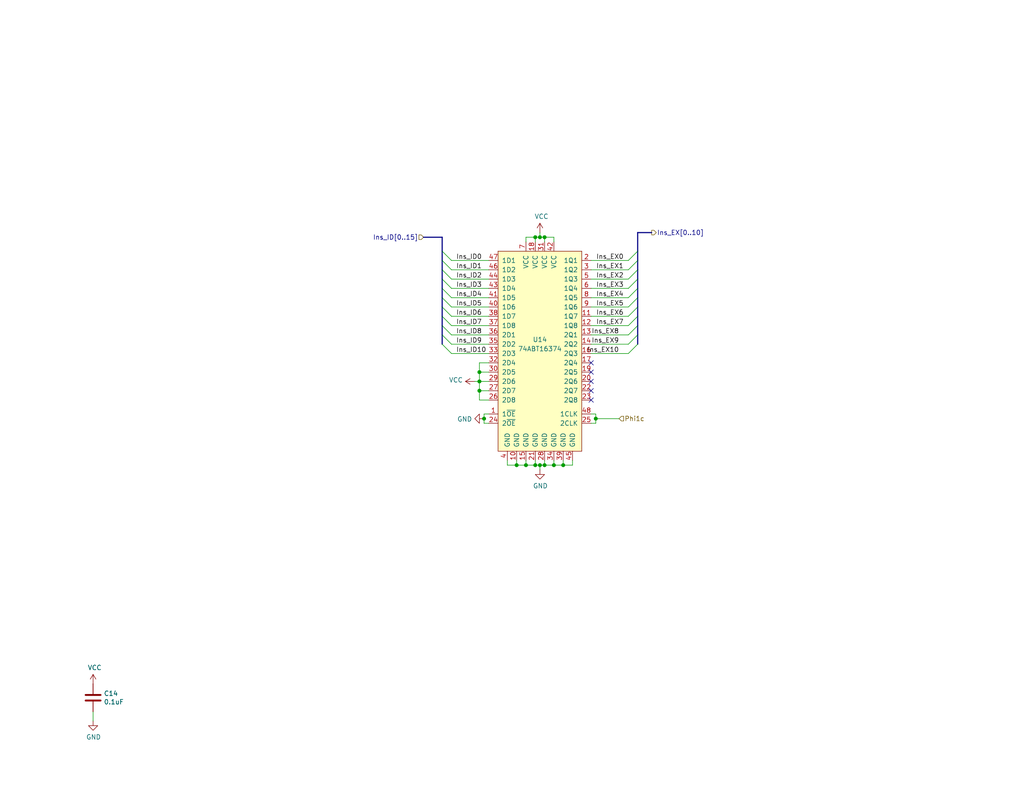
<source format=kicad_sch>
(kicad_sch (version 20250114) (generator "eeschema") (generator_version "9.0")
  (paper "USLetter")
  (title_block (date "2023-11-14") (rev "E"))
  (lib_symbols
    (symbol "74xx (kicad5):74ABT16374" (pin_names (offset 1.016))
      (property "Reference" "U" (at 0 1.27 0))
      (property "Value" "74ABT16374" (at 0 -1.27 0))
      (symbol "74ABT16374_0_0"
        (pin input line (at -13.97 21.59 0) (length 2.54) (name "1D1") (number "47"))
        (pin input line (at -13.97 19.05 0) (length 2.54) (name "1D2") (number "46"))
        (pin input line (at -13.97 16.51 0) (length 2.54) (name "1D3") (number "44"))
        (pin input line (at -13.97 13.97 0) (length 2.54) (name "1D4") (number "43"))
        (pin input line (at -13.97 11.43 0) (length 2.54) (name "1D5") (number "41"))
        (pin input line (at -13.97 8.89 0) (length 2.54) (name "1D6") (number "40"))
        (pin input line (at -13.97 6.35 0) (length 2.54) (name "1D7") (number "38"))
        (pin input line (at -13.97 3.81 0) (length 2.54) (name "1D8") (number "37"))
        (pin input line (at -13.97 1.27 0) (length 2.54) (name "2D1") (number "36"))
        (pin input line (at -13.97 -1.27 0) (length 2.54) (name "2D2") (number "35"))
        (pin input line (at -13.97 -3.81 0) (length 2.54) (name "2D3") (number "33"))
        (pin input line (at -13.97 -6.35 0) (length 2.54) (name "2D4") (number "32"))
        (pin input line (at -13.97 -8.89 0) (length 2.54) (name "2D5") (number "30"))
        (pin input line (at -13.97 -11.43 0) (length 2.54) (name "2D6") (number "29"))
        (pin input line (at -13.97 -13.97 0) (length 2.54) (name "2D7") (number "27"))
        (pin input line (at -13.97 -16.51 0) (length 2.54) (name "2D8") (number "26"))
        (pin input line (at -13.97 -20.32 0) (length 2.54) (name "1~{OE}") (number "1"))
        (pin input line (at -13.97 -22.86 0) (length 2.54) (name "2~{OE}") (number "24"))
        (pin power_in line (at -8.89 -33.02 90) (length 2.54) (name "GND") (number "4"))
        (pin power_in line (at -6.35 -33.02 90) (length 2.54) (name "GND") (number "10"))
        (pin power_in line (at -3.81 26.67 270) (length 2.54) (name "VCC") (number "7"))
        (pin power_in line (at -3.81 -33.02 90) (length 2.54) (name "GND") (number "15"))
        (pin power_in line (at -1.27 26.67 270) (length 2.54) (name "VCC") (number "18"))
        (pin power_in line (at -1.27 -33.02 90) (length 2.54) (name "GND") (number "21"))
        (pin power_in line (at 1.27 26.67 270) (length 2.54) (name "VCC") (number "31"))
        (pin power_in line (at 1.27 -33.02 90) (length 2.54) (name "GND") (number "28"))
        (pin power_in line (at 3.81 26.67 270) (length 2.54) (name "VCC") (number "42"))
        (pin power_in line (at 3.81 -33.02 90) (length 2.54) (name "GND") (number "34"))
        (pin power_in line (at 6.35 -33.02 90) (length 2.54) (name "GND") (number "39"))
        (pin power_in line (at 8.89 -33.02 90) (length 2.54) (name "GND") (number "45"))
        (pin tri_state line (at 13.97 21.59 180) (length 2.54) (name "1Q1") (number "2"))
        (pin tri_state line (at 13.97 19.05 180) (length 2.54) (name "1Q2") (number "3"))
        (pin tri_state line (at 13.97 16.51 180) (length 2.54) (name "1Q3") (number "5"))
        (pin tri_state line (at 13.97 13.97 180) (length 2.54) (name "1Q4") (number "6"))
        (pin tri_state line (at 13.97 11.43 180) (length 2.54) (name "1Q5") (number "8"))
        (pin tri_state line (at 13.97 8.89 180) (length 2.54) (name "1Q6") (number "9"))
        (pin tri_state line (at 13.97 6.35 180) (length 2.54) (name "1Q7") (number "11"))
        (pin tri_state line (at 13.97 3.81 180) (length 2.54) (name "1Q8") (number "12"))
        (pin tri_state line (at 13.97 1.27 180) (length 2.54) (name "2Q1") (number "13"))
        (pin tri_state line (at 13.97 -1.27 180) (length 2.54) (name "2Q2") (number "14"))
        (pin tri_state line (at 13.97 -3.81 180) (length 2.54) (name "2Q3") (number "16"))
        (pin tri_state line (at 13.97 -6.35 180) (length 2.54) (name "2Q4") (number "17"))
        (pin tri_state line (at 13.97 -8.89 180) (length 2.54) (name "2Q5") (number "19"))
        (pin tri_state line (at 13.97 -11.43 180) (length 2.54) (name "2Q6") (number "20"))
        (pin tri_state line (at 13.97 -13.97 180) (length 2.54) (name "2Q7") (number "22"))
        (pin tri_state line (at 13.97 -16.51 180) (length 2.54) (name "2Q8") (number "23"))
        (pin input line (at 13.97 -20.32 180) (length 2.54) (name "1CLK") (number "48"))
        (pin input line (at 13.97 -22.86 180) (length 2.54) (name "2CLK") (number "25"))
      )
      (symbol "74ABT16374_0_1"
        (rectangle (start -11.43 24.13) (end 11.43 -30.48) (fill (type background)))
      )
    )
    (symbol "Device:C" (pin_numbers (hide yes)) (pin_names (offset 0.254))
      (property "Reference" "C" (at 0.635 2.54 0))
      (property "Value" "C" (at 0.635 -2.54 0))
      (symbol "C_0_1"
        (polyline (pts (xy -2.032 0.762) (xy 2.032 0.762)) (stroke (width 0.508)))
        (polyline (pts (xy -2.032 -0.762) (xy 2.032 -0.762)) (stroke (width 0.508)))
      )
      (symbol "C_1_1"
        (pin passive line (at 0 3.81 270) (length 2.794) (name "~") (number "1"))
        (pin passive line (at 0 -3.81 90) (length 2.794) (name "~") (number "2"))
      )
    )
    (symbol "power:GND" (power) (pin_names (offset 0))
      (property "Value" "GND" (at 0 -3.81 0))
      (symbol "GND_0_1"
        (polyline (pts (xy 0 0) (xy 0 -1.27) (xy 1.27 -1.27) (xy 0 -2.54) (xy -1.27 -1.27) (xy 0 -1.27)))
      )
      (symbol "GND_1_1"
        (pin power_in line (at 0 0 270) (length 0) (hide yes) (name "GND") (number "1"))
      )
    )
    (symbol "power:VCC" (power) (pin_names (offset 0))
      (property "Value" "VCC" (at 0 3.81 0))
      (symbol "VCC_0_1"
        (polyline (pts (xy -0.762 1.27) (xy 0 2.54)))
        (polyline (pts (xy 0 2.54) (xy 0.762 1.27)))
        (polyline (pts (xy 0 0) (xy 0 2.54)))
      )
      (symbol "VCC_1_1"
        (pin power_in line (at 0 0 90) (length 0) (hide yes) (name "VCC") (number "1"))
      )
    )
  )
  (junction (at 148.59 127))
  (junction (at 162.56 114.3))
  (junction (at 147.32 127))
  (junction (at 147.32 64.77))
  (junction (at 151.13 127))
  (junction (at 146.05 64.77))
  (junction (at 130.81 106.68))
  (junction (at 140.97 127))
  (junction (at 130.81 104.14))
  (junction (at 132.08 114.3))
  (junction (at 146.05 127))
  (junction (at 148.59 64.77))
  (junction (at 143.51 127))
  (junction (at 130.81 101.6))
  (junction (at 153.67 127))
  (no_connect (at 161.29 106.68))
  (no_connect (at 161.29 104.14))
  (no_connect (at 161.29 101.6))
  (no_connect (at 161.29 109.22))
  (no_connect (at 161.29 99.06))
  (bus_entry (at 173.99 93.98) (size -2.54 2.54))
  (bus_entry (at 173.99 88.9) (size -2.54 2.54))
  (bus_entry (at 173.99 91.44) (size -2.54 2.54))
  (bus_entry (at 173.99 71.12) (size -2.54 2.54))
  (bus_entry (at 120.65 91.44) (size 2.54 2.54))
  (bus_entry (at 120.65 93.98) (size 2.54 2.54))
  (bus_entry (at 120.65 88.9) (size 2.54 2.54))
  (bus_entry (at 120.65 78.74) (size 2.54 2.54))
  (bus_entry (at 120.65 76.2) (size 2.54 2.54))
  (bus_entry (at 120.65 68.58) (size 2.54 2.54))
  (bus_entry (at 120.65 81.28) (size 2.54 2.54))
  (bus_entry (at 173.99 68.58) (size -2.54 2.54))
  (bus_entry (at 173.99 81.28) (size -2.54 2.54))
  (bus_entry (at 173.99 86.36) (size -2.54 2.54))
  (bus_entry (at 173.99 78.74) (size -2.54 2.54))
  (bus_entry (at 120.65 73.66) (size 2.54 2.54))
  (bus_entry (at 173.99 73.66) (size -2.54 2.54))
  (bus_entry (at 173.99 76.2) (size -2.54 2.54))
  (bus_entry (at 120.65 83.82) (size 2.54 2.54))
  (bus_entry (at 173.99 83.82) (size -2.54 2.54))
  (bus_entry (at 120.65 71.12) (size 2.54 2.54))
  (bus_entry (at 120.65 86.36) (size 2.54 2.54))
  (wire (pts (xy 130.81 101.6) (xy 130.81 104.14)))
  (wire (pts (xy 133.35 106.68) (xy 130.81 106.68)))
  (wire (pts (xy 171.45 93.98) (xy 161.29 93.98)))
  (bus (pts (xy 115.57 64.77) (xy 120.65 64.77)))
  (wire (pts (xy 132.08 113.03) (xy 132.08 114.3)))
  (wire (pts (xy 171.45 86.36) (xy 161.29 86.36)))
  (wire (pts (xy 171.45 91.44) (xy 161.29 91.44)))
  (bus (pts (xy 173.99 78.74) (xy 173.99 81.28)))
  (bus (pts (xy 173.99 73.66) (xy 173.99 76.2)))
  (wire (pts (xy 171.45 83.82) (xy 161.29 83.82)))
  (wire (pts (xy 147.32 127) (xy 148.59 127)))
  (wire (pts (xy 162.56 114.3) (xy 168.91 114.3)))
  (wire (pts (xy 162.56 114.3) (xy 162.56 115.57)))
  (wire (pts (xy 130.81 109.22) (xy 133.35 109.22)))
  (wire (pts (xy 133.35 99.06) (xy 130.81 99.06)))
  (wire (pts (xy 171.45 73.66) (xy 161.29 73.66)))
  (bus (pts (xy 173.99 86.36) (xy 173.99 88.9)))
  (wire (pts (xy 147.32 127) (xy 147.32 128.27)))
  (wire (pts (xy 171.45 81.28) (xy 161.29 81.28)))
  (wire (pts (xy 123.19 73.66) (xy 133.35 73.66)))
  (bus (pts (xy 173.99 83.82) (xy 173.99 86.36)))
  (wire (pts (xy 123.19 88.9) (xy 133.35 88.9)))
  (wire (pts (xy 171.45 88.9) (xy 161.29 88.9)))
  (wire (pts (xy 133.35 104.14) (xy 130.81 104.14)))
  (wire (pts (xy 123.19 76.2) (xy 133.35 76.2)))
  (wire (pts (xy 153.67 127) (xy 156.21 127)))
  (wire (pts (xy 148.59 125.73) (xy 148.59 127)))
  (wire (pts (xy 143.51 127) (xy 146.05 127)))
  (bus (pts (xy 173.99 76.2) (xy 173.99 78.74)))
  (wire (pts (xy 148.59 66.04) (xy 148.59 64.77)))
  (wire (pts (xy 147.32 64.77) (xy 148.59 64.77)))
  (wire (pts (xy 146.05 66.04) (xy 146.05 64.77)))
  (wire (pts (xy 140.97 125.73) (xy 140.97 127)))
  (wire (pts (xy 133.35 101.6) (xy 130.81 101.6)))
  (wire (pts (xy 133.35 113.03) (xy 132.08 113.03)))
  (bus (pts (xy 120.65 64.77) (xy 120.65 68.58)))
  (wire (pts (xy 123.19 81.28) (xy 133.35 81.28)))
  (wire (pts (xy 143.51 66.04) (xy 143.51 64.77)))
  (bus (pts (xy 120.65 91.44) (xy 120.65 93.98)))
  (wire (pts (xy 123.19 96.52) (xy 133.35 96.52)))
  (bus (pts (xy 120.65 73.66) (xy 120.65 76.2)))
  (wire (pts (xy 171.45 78.74) (xy 161.29 78.74)))
  (bus (pts (xy 120.65 76.2) (xy 120.65 78.74)))
  (bus (pts (xy 120.65 68.58) (xy 120.65 71.12)))
  (wire (pts (xy 156.21 127) (xy 156.21 125.73)))
  (wire (pts (xy 151.13 64.77) (xy 151.13 66.04)))
  (bus (pts (xy 173.99 91.44) (xy 173.99 93.98)))
  (wire (pts (xy 146.05 64.77) (xy 147.32 64.77)))
  (bus (pts (xy 120.65 83.82) (xy 120.65 86.36)))
  (bus (pts (xy 120.65 81.28) (xy 120.65 83.82)))
  (bus (pts (xy 173.99 68.58) (xy 173.99 71.12)))
  (wire (pts (xy 138.43 127) (xy 140.97 127)))
  (bus (pts (xy 120.65 88.9) (xy 120.65 91.44)))
  (wire (pts (xy 171.45 71.12) (xy 161.29 71.12)))
  (wire (pts (xy 123.19 83.82) (xy 133.35 83.82)))
  (wire (pts (xy 153.67 125.73) (xy 153.67 127)))
  (wire (pts (xy 161.29 113.03) (xy 162.56 113.03)))
  (wire (pts (xy 123.19 86.36) (xy 133.35 86.36)))
  (wire (pts (xy 151.13 127) (xy 153.67 127)))
  (bus (pts (xy 120.65 78.74) (xy 120.65 81.28)))
  (bus (pts (xy 173.99 71.12) (xy 173.99 73.66)))
  (bus (pts (xy 120.65 71.12) (xy 120.65 73.66)))
  (wire (pts (xy 130.81 99.06) (xy 130.81 101.6)))
  (wire (pts (xy 132.08 115.57) (xy 133.35 115.57)))
  (wire (pts (xy 123.19 71.12) (xy 133.35 71.12)))
  (wire (pts (xy 123.19 78.74) (xy 133.35 78.74)))
  (wire (pts (xy 123.19 91.44) (xy 133.35 91.44)))
  (wire (pts (xy 148.59 127) (xy 151.13 127)))
  (wire (pts (xy 143.51 125.73) (xy 143.51 127)))
  (wire (pts (xy 171.45 76.2) (xy 161.29 76.2)))
  (bus (pts (xy 120.65 86.36) (xy 120.65 88.9)))
  (bus (pts (xy 173.99 88.9) (xy 173.99 91.44)))
  (wire (pts (xy 25.4 196.85) (xy 25.4 194.31)))
  (bus (pts (xy 177.8 63.5) (xy 173.99 63.5)))
  (bus (pts (xy 173.99 63.5) (xy 173.99 68.58)))
  (wire (pts (xy 147.32 63.5) (xy 147.32 64.77)))
  (wire (pts (xy 162.56 113.03) (xy 162.56 114.3)))
  (wire (pts (xy 132.08 114.3) (xy 132.08 115.57)))
  (wire (pts (xy 143.51 64.77) (xy 146.05 64.77)))
  (wire (pts (xy 130.81 104.14) (xy 130.81 106.68)))
  (wire (pts (xy 148.59 64.77) (xy 151.13 64.77)))
  (wire (pts (xy 146.05 127) (xy 147.32 127)))
  (wire (pts (xy 140.97 127) (xy 143.51 127)))
  (bus (pts (xy 173.99 81.28) (xy 173.99 83.82)))
  (wire (pts (xy 171.45 96.52) (xy 161.29 96.52)))
  (wire (pts (xy 130.81 104.14) (xy 129.54 104.14)))
  (wire (pts (xy 151.13 125.73) (xy 151.13 127)))
  (wire (pts (xy 162.56 115.57) (xy 161.29 115.57)))
  (wire (pts (xy 123.19 93.98) (xy 133.35 93.98)))
  (wire (pts (xy 146.05 125.73) (xy 146.05 127)))
  (wire (pts (xy 138.43 125.73) (xy 138.43 127)))
  (wire (pts (xy 130.81 106.68) (xy 130.81 109.22)))
  (label "Ins_EX1" (at 170.18 73.66 180))
  (label "Ins_ID2" (at 124.46 76.2 0))
  (label "Ins_EX0" (at 170.18 71.12 180))
  (label "Ins_EX4" (at 170.18 81.28 180))
  (label "Ins_EX7" (at 170.18 88.9 180))
  (label "Ins_ID7" (at 124.46 88.9 0))
  (label "Ins_ID9" (at 124.46 93.98 0))
  (label "Ins_EX10" (at 168.91 96.52 180))
  (label "Ins_EX9" (at 168.91 93.98 180))
  (label "Ins_ID8" (at 124.46 91.44 0))
  (label "Ins_ID5" (at 124.46 83.82 0))
  (label "Ins_ID10" (at 124.46 96.52 0))
  (label "Ins_EX2" (at 170.18 76.2 180))
  (label "Ins_ID3" (at 124.46 78.74 0))
  (label "Ins_ID6" (at 124.46 86.36 0))
  (label "Ins_ID4" (at 124.46 81.28 0))
  (label "Ins_EX5" (at 170.18 83.82 180))
  (label "Ins_EX8" (at 168.91 91.44 180))
  (label "Ins_EX6" (at 170.18 86.36 180))
  (label "Ins_ID0" (at 124.46 71.12 0))
  (label "Ins_ID1" (at 124.46 73.66 0))
  (label "Ins_EX3" (at 170.18 78.74 180))
  (hierarchical_label "Ins_EX[0..10]" (shape output) (at 177.8 63.5 0))
  (hierarchical_label "Phi1c" (shape input) (at 168.91 114.3 0))
  (hierarchical_label "Ins_ID[0..15]" (shape input) (at 115.57 64.77 180))
  (symbol (lib_id "power:GND") (at 132.08 114.3 270) (unit 1)
    (property "Reference" "#PWR068" (effects (hide yes)))
    (property "Value" "GND" (at 128.8288 114.427 90) (effects (justify right)))
  )
  (symbol (lib_id "Device:C") (at 25.4 190.5 0) (unit 1)
    (property "Reference" "C14" (at 28.321 189.3316 0) (effects (justify left)))
    (property "Value" "0.1uF" (at 28.321 191.643 0) (effects (justify left)))
    (property "Footprint" "Capacitor_SMD:C_0603_1608Metric_Pad1.08x0.95mm_HandSolder" (effects (hide yes)))
    (property "Mouser" "https://www.mouser.com/ProductDetail/963-EMK107B7104KAHT" (effects (hide yes)))
  )
  (symbol (lib_id "power:VCC") (at 25.4 186.69 0) (unit 1)
    (property "Reference" "#PWR065" (effects (hide yes)))
    (property "Value" "VCC" (at 25.8318 182.2958 0))
  )
  (symbol (lib_id "power:GND") (at 25.4 196.85 0) (unit 1)
    (property "Reference" "#PWR066" (effects (hide yes)))
    (property "Value" "GND" (at 25.527 201.2442 0))
  )
  (symbol (lib_id "power:VCC") (at 129.54 104.14 90) (unit 1)
    (property "Reference" "#PWR067" (effects (hide yes)))
    (property "Value" "VCC" (at 126.3142 103.759 90) (effects (justify left)))
  )
  (symbol (lib_id "power:VCC") (at 147.32 63.5 0) (unit 1)
    (property "Reference" "#PWR069" (effects (hide yes)))
    (property "Value" "VCC" (at 147.7518 59.1058 0))
  )
  (symbol (lib_id "power:GND") (at 147.32 128.27 0) (unit 1)
    (property "Reference" "#PWR070" (effects (hide yes)))
    (property "Value" "GND" (at 147.447 132.6642 0))
  )
  (symbol (lib_id "74xx (kicad5):74ABT16374") (at 147.32 92.71 0) (unit 1)
    (property "Reference" "U14" (at 147.32 92.71 0))
    (property "Value" "74ABT16374" (at 147.32 95.25 0))
    (property "Footprint" "Package_SO:TSSOP-48_6.1x12.5mm_P0.5mm" (effects (hide yes)))
    (property "Datasheet" "https://www.ti.com/lit/ds/symlink/sn74abt16374a.pdf?HQS=dis-mous-null-mousermode-dsf-pf-null-wwe&ts=1617318801237" (effects (hide yes)))
    (property "Mouser" "https://www.mouser.com/ProductDetail/Texas-Instruments/SN74ABT16374ADGGR?qs=%2Fha2pyFadui8Wf%2F61v2joCyY9bOa3peBR5btn0VUHs8%3D" (effects (hide yes)))
  )
)
</source>
